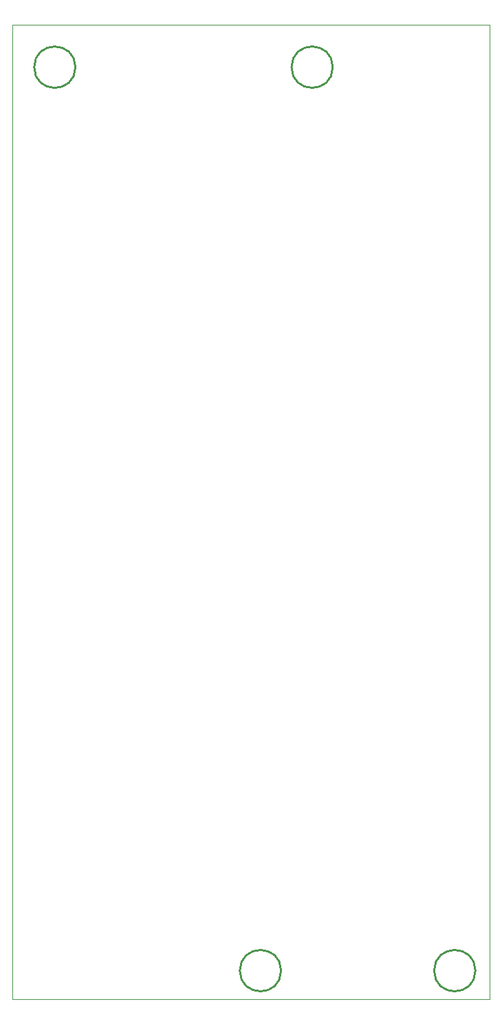
<source format=gko>
G04*
G04 #@! TF.GenerationSoftware,Altium Limited,Altium Designer,18.1.6 (161)*
G04*
G04 Layer_Color=16711935*
%FSLAX44Y44*%
%MOMM*%
G71*
G01*
G75*
%ADD11C,0.2540*%
%ADD80C,0.0254*%
D11*
X77977Y1146174D02*
G03*
X77977Y1146174I-25400J0D01*
G01*
X394863D02*
G03*
X394863Y1146174I-25400J0D01*
G01*
X570447Y35371D02*
G03*
X570447Y35371I-25400J0D01*
G01*
X331228D02*
G03*
X331228Y35371I-25400J0D01*
G01*
D80*
X-9Y-125D02*
X18083D01*
X256605D01*
X588313D01*
Y1198687D01*
X-9D02*
X588313D01*
X-9Y-125D02*
Y1198687D01*
M02*

</source>
